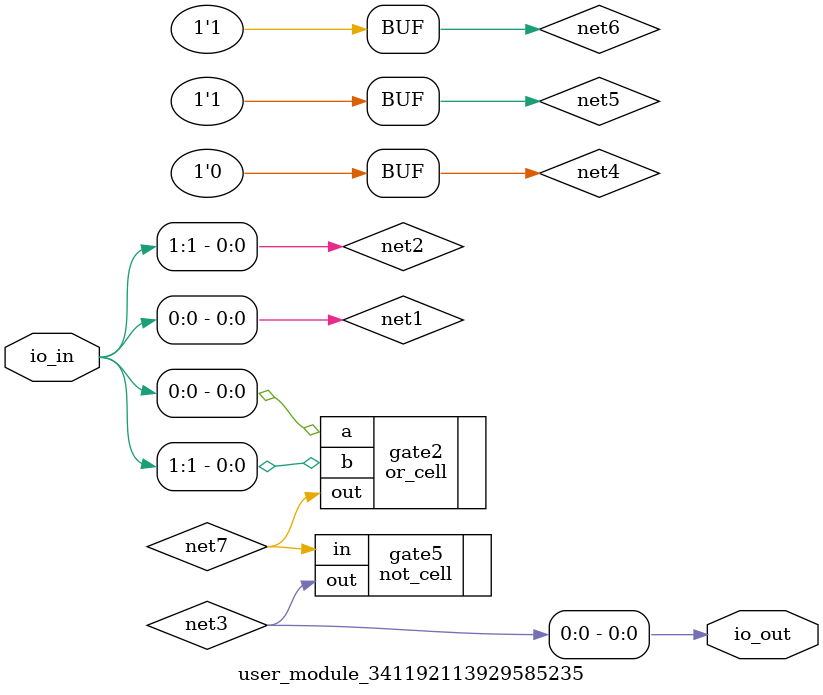
<source format=v>
/* Automatically generated from https://wokwi.com/projects/341192113929585235 */

`default_nettype none

module user_module_341192113929585235(
  input [7:0] io_in,
  output [7:0] io_out
);
  wire net1 = io_in[0];
  wire net2 = io_in[1];
  wire net3;
  wire net4 = 1'b0;
  wire net5 = 1'b1;
  wire net6 = 1'b1;
  wire net7;

  assign io_out[0] = net3;

  and_cell gate1 (

  );
  or_cell gate2 (
    .a (net1),
    .b (net2),
    .out (net7)
  );
  xor_cell gate3 (

  );
  nand_cell gate4 (

  );
  not_cell gate5 (
    .in (net7),
    .out (net3)
  );
  buffer_cell gate6 (

  );
  mux_cell mux1 (

  );
  dff_cell flipflop1 (

  );
endmodule

</source>
